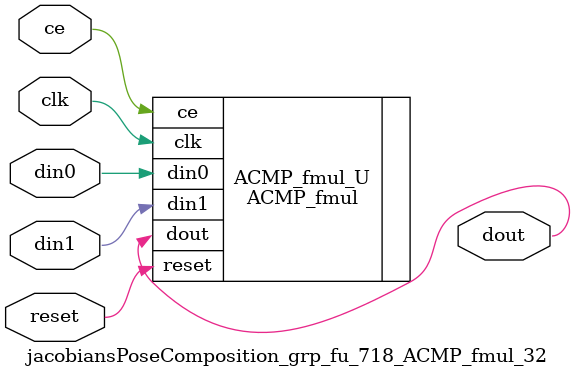
<source format=v>

`timescale 1 ns / 1 ps
module jacobiansPoseComposition_grp_fu_718_ACMP_fmul_32(
    clk,
    reset,
    ce,
    din0,
    din1,
    dout);

parameter ID = 32'd1;
parameter NUM_STAGE = 32'd1;
parameter din0_WIDTH = 32'd1;
parameter din1_WIDTH = 32'd1;
parameter dout_WIDTH = 32'd1;
input clk;
input reset;
input ce;
input[din0_WIDTH - 1:0] din0;
input[din1_WIDTH - 1:0] din1;
output[dout_WIDTH - 1:0] dout;



ACMP_fmul #(
.ID( ID ),
.NUM_STAGE( 4 ),
.din0_WIDTH( din0_WIDTH ),
.din1_WIDTH( din1_WIDTH ),
.dout_WIDTH( dout_WIDTH ))
ACMP_fmul_U(
    .clk( clk ),
    .reset( reset ),
    .ce( ce ),
    .din0( din0 ),
    .din1( din1 ),
    .dout( dout ));

endmodule

</source>
